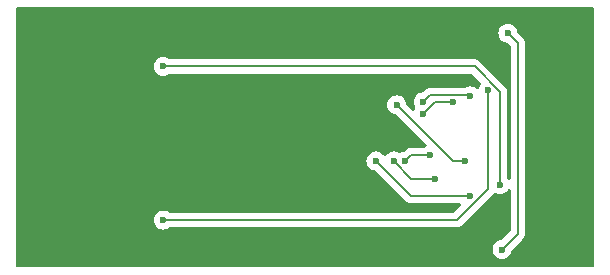
<source format=gbr>
%TF.GenerationSoftware,KiCad,Pcbnew,8.0.6-1.fc40*%
%TF.CreationDate,2025-02-15T18:16:13+01:00*%
%TF.ProjectId,airMouse-mouse,6169724d-6f75-4736-952d-6d6f7573652e,RC1*%
%TF.SameCoordinates,Original*%
%TF.FileFunction,Copper,L2,Bot*%
%TF.FilePolarity,Positive*%
%FSLAX46Y46*%
G04 Gerber Fmt 4.6, Leading zero omitted, Abs format (unit mm)*
G04 Created by KiCad (PCBNEW 8.0.6-1.fc40) date 2025-02-15 18:16:13*
%MOMM*%
%LPD*%
G01*
G04 APERTURE LIST*
%TA.AperFunction,ViaPad*%
%ADD10C,0.600000*%
%TD*%
%TA.AperFunction,Conductor*%
%ADD11C,0.200000*%
%TD*%
G04 APERTURE END LIST*
D10*
%TO.N,GND*%
X140000000Y-85000000D03*
X143500000Y-85000000D03*
X140000000Y-88000000D03*
X143500000Y-87750000D03*
X119250000Y-80250000D03*
X119250000Y-79500000D03*
X119250000Y-78750000D03*
X133500000Y-85500000D03*
X136750000Y-85500000D03*
X138000000Y-87500000D03*
X133500000Y-87500000D03*
%TO.N,/LMB*%
X129000000Y-73500000D03*
X157500000Y-83500000D03*
%TO.N,+3V3*%
X158175000Y-70675000D03*
X157675000Y-89000000D03*
%TO.N,/MMB*%
X155000000Y-84500000D03*
X147000000Y-81500000D03*
%TO.N,/RMB*%
X148750000Y-76750000D03*
X154500000Y-81500000D03*
%TO.N,/SCRLUP*%
X148500000Y-81500000D03*
X152000000Y-83000000D03*
%TO.N,/SCRLDN*%
X149500000Y-81500000D03*
X151600000Y-81000000D03*
%TO.N,/DPI*%
X151000000Y-77500000D03*
X153500000Y-76500000D03*
%TO.N,/PRECISION*%
X151000000Y-76500000D03*
X155000000Y-76000000D03*
%TO.N,/HOME*%
X156500000Y-75500000D03*
X129000000Y-86500000D03*
%TD*%
D11*
%TO.N,GND*%
X143500000Y-85000000D02*
X140000000Y-85000000D01*
X141250000Y-88000000D02*
X140000000Y-88000000D01*
X141500000Y-87750000D02*
X141250000Y-88000000D01*
X143500000Y-87750000D02*
X141500000Y-87750000D01*
X136750000Y-85500000D02*
X133500000Y-85500000D01*
X133500000Y-87500000D02*
X138000000Y-87500000D01*
%TO.N,/LMB*%
X157500000Y-75651471D02*
X157500000Y-83500000D01*
X129000000Y-73500000D02*
X155348529Y-73500000D01*
X155348529Y-73500000D02*
X157500000Y-75651471D01*
%TO.N,+3V3*%
X159000000Y-87675000D02*
X159000000Y-71500000D01*
X159000000Y-71500000D02*
X158175000Y-70675000D01*
X157675000Y-89000000D02*
X159000000Y-87675000D01*
%TO.N,/MMB*%
X147000000Y-81500000D02*
X150000000Y-84500000D01*
X150000000Y-84500000D02*
X155000000Y-84500000D01*
%TO.N,/RMB*%
X153500000Y-81500000D02*
X154500000Y-81500000D01*
X148750000Y-76750000D02*
X153500000Y-81500000D01*
%TO.N,/SCRLUP*%
X150000000Y-83000000D02*
X152000000Y-83000000D01*
X148500000Y-81500000D02*
X150000000Y-83000000D01*
%TO.N,/SCRLDN*%
X149500000Y-81500000D02*
X150000000Y-81000000D01*
X150000000Y-81000000D02*
X151600000Y-81000000D01*
%TO.N,/DPI*%
X151000000Y-77500000D02*
X152000000Y-76500000D01*
X152000000Y-76500000D02*
X153500000Y-76500000D01*
%TO.N,/PRECISION*%
X151000000Y-76500000D02*
X151600000Y-75900000D01*
X151600000Y-75900000D02*
X154900000Y-75900000D01*
X154900000Y-75900000D02*
X155000000Y-76000000D01*
%TO.N,/HOME*%
X153848529Y-86500000D02*
X156500000Y-83848529D01*
X156500000Y-83848529D02*
X156500000Y-75500000D01*
X129000000Y-86500000D02*
X153848529Y-86500000D01*
%TD*%
%TA.AperFunction,Conductor*%
%TO.N,GND*%
G36*
X165442539Y-68520185D02*
G01*
X165488294Y-68572989D01*
X165499500Y-68624500D01*
X165499500Y-90375500D01*
X165479815Y-90442539D01*
X165427011Y-90488294D01*
X165375500Y-90499500D01*
X116624500Y-90499500D01*
X116557461Y-90479815D01*
X116511706Y-90427011D01*
X116500500Y-90375500D01*
X116500500Y-73499996D01*
X128194435Y-73499996D01*
X128194435Y-73500003D01*
X128214630Y-73679249D01*
X128214631Y-73679254D01*
X128274211Y-73849523D01*
X128370184Y-74002262D01*
X128497738Y-74129816D01*
X128650478Y-74225789D01*
X128820745Y-74285368D01*
X128820750Y-74285369D01*
X128999996Y-74305565D01*
X129000000Y-74305565D01*
X129000004Y-74305565D01*
X129179249Y-74285369D01*
X129179252Y-74285368D01*
X129179255Y-74285368D01*
X129349522Y-74225789D01*
X129502262Y-74129816D01*
X129502267Y-74129810D01*
X129505097Y-74127555D01*
X129507275Y-74126665D01*
X129508158Y-74126111D01*
X129508255Y-74126265D01*
X129569783Y-74101145D01*
X129582412Y-74100500D01*
X155048432Y-74100500D01*
X155115471Y-74120185D01*
X155136113Y-74136819D01*
X155849208Y-74849914D01*
X155882693Y-74911237D01*
X155877709Y-74980929D01*
X155866521Y-75003567D01*
X155774211Y-75150476D01*
X155712332Y-75327318D01*
X155709648Y-75326378D01*
X155681738Y-75376200D01*
X155620055Y-75409018D01*
X155550422Y-75403278D01*
X155507332Y-75375254D01*
X155502262Y-75370184D01*
X155349523Y-75274211D01*
X155179254Y-75214631D01*
X155179249Y-75214630D01*
X155000004Y-75194435D01*
X154999996Y-75194435D01*
X154820750Y-75214630D01*
X154820745Y-75214631D01*
X154650474Y-75274212D01*
X154640477Y-75280494D01*
X154574506Y-75299500D01*
X151679057Y-75299500D01*
X151520943Y-75299500D01*
X151368215Y-75340423D01*
X151368214Y-75340423D01*
X151368212Y-75340424D01*
X151368209Y-75340425D01*
X151318096Y-75369359D01*
X151318095Y-75369360D01*
X151306248Y-75376200D01*
X151231285Y-75419479D01*
X151231282Y-75419481D01*
X151153026Y-75497738D01*
X151119480Y-75531284D01*
X151119478Y-75531286D01*
X151028210Y-75622554D01*
X150981465Y-75669299D01*
X150920142Y-75702783D01*
X150907668Y-75704837D01*
X150820750Y-75714630D01*
X150650478Y-75774210D01*
X150497737Y-75870184D01*
X150370184Y-75997737D01*
X150274211Y-76150476D01*
X150214631Y-76320745D01*
X150214630Y-76320750D01*
X150194435Y-76499996D01*
X150194435Y-76500003D01*
X150214630Y-76679249D01*
X150214633Y-76679262D01*
X150274209Y-76849520D01*
X150327309Y-76934029D01*
X150346309Y-77001266D01*
X150327309Y-77065971D01*
X150274210Y-77150478D01*
X150268234Y-77167556D01*
X150227511Y-77224330D01*
X150162557Y-77250075D01*
X150093996Y-77236617D01*
X150063513Y-77214278D01*
X149580700Y-76731465D01*
X149547215Y-76670142D01*
X149545163Y-76657686D01*
X149535368Y-76570745D01*
X149475789Y-76400478D01*
X149379816Y-76247738D01*
X149252262Y-76120184D01*
X149111247Y-76031578D01*
X149099523Y-76024211D01*
X148929254Y-75964631D01*
X148929249Y-75964630D01*
X148750004Y-75944435D01*
X148749996Y-75944435D01*
X148570750Y-75964630D01*
X148570745Y-75964631D01*
X148400476Y-76024211D01*
X148247737Y-76120184D01*
X148120184Y-76247737D01*
X148024211Y-76400476D01*
X147964631Y-76570745D01*
X147964630Y-76570750D01*
X147944435Y-76749996D01*
X147944435Y-76750003D01*
X147964630Y-76929249D01*
X147964631Y-76929254D01*
X148024211Y-77099523D01*
X148096317Y-77214278D01*
X148120184Y-77252262D01*
X148247738Y-77379816D01*
X148400478Y-77475789D01*
X148570745Y-77535368D01*
X148657669Y-77545161D01*
X148722080Y-77572226D01*
X148731465Y-77580700D01*
X151247692Y-80096927D01*
X151281177Y-80158250D01*
X151276193Y-80227942D01*
X151234321Y-80283875D01*
X151225983Y-80289602D01*
X151097736Y-80370185D01*
X151094903Y-80372445D01*
X151092724Y-80373334D01*
X151091842Y-80373889D01*
X151091744Y-80373734D01*
X151030217Y-80398855D01*
X151017588Y-80399500D01*
X150086670Y-80399500D01*
X150086654Y-80399499D01*
X150079058Y-80399499D01*
X149920943Y-80399499D01*
X149844579Y-80419961D01*
X149768214Y-80440423D01*
X149768209Y-80440426D01*
X149631290Y-80519475D01*
X149631286Y-80519478D01*
X149481465Y-80669299D01*
X149420142Y-80702783D01*
X149407668Y-80704837D01*
X149320750Y-80714630D01*
X149150476Y-80774211D01*
X149065971Y-80827309D01*
X148998734Y-80846309D01*
X148934029Y-80827309D01*
X148849520Y-80774209D01*
X148679262Y-80714633D01*
X148679249Y-80714630D01*
X148500004Y-80694435D01*
X148499996Y-80694435D01*
X148320750Y-80714630D01*
X148320745Y-80714631D01*
X148150476Y-80774211D01*
X147997737Y-80870184D01*
X147870184Y-80997737D01*
X147854994Y-81021913D01*
X147802659Y-81068204D01*
X147733605Y-81078852D01*
X147669757Y-81050477D01*
X147645006Y-81021913D01*
X147629815Y-80997737D01*
X147502262Y-80870184D01*
X147349523Y-80774211D01*
X147179254Y-80714631D01*
X147179249Y-80714630D01*
X147000004Y-80694435D01*
X146999996Y-80694435D01*
X146820750Y-80714630D01*
X146820745Y-80714631D01*
X146650476Y-80774211D01*
X146497737Y-80870184D01*
X146370184Y-80997737D01*
X146274211Y-81150476D01*
X146214631Y-81320745D01*
X146214630Y-81320750D01*
X146194435Y-81499996D01*
X146194435Y-81500003D01*
X146214630Y-81679249D01*
X146214631Y-81679254D01*
X146274211Y-81849523D01*
X146356523Y-81980521D01*
X146370184Y-82002262D01*
X146497738Y-82129816D01*
X146650478Y-82225789D01*
X146820745Y-82285368D01*
X146907669Y-82295161D01*
X146972080Y-82322226D01*
X146981464Y-82330699D01*
X149631284Y-84980520D01*
X149631286Y-84980521D01*
X149631290Y-84980524D01*
X149768209Y-85059573D01*
X149768216Y-85059577D01*
X149920943Y-85100501D01*
X149920945Y-85100501D01*
X150086654Y-85100501D01*
X150086670Y-85100500D01*
X154099432Y-85100500D01*
X154166471Y-85120185D01*
X154212226Y-85172989D01*
X154222170Y-85242147D01*
X154193145Y-85305703D01*
X154187113Y-85312181D01*
X153636113Y-85863181D01*
X153574790Y-85896666D01*
X153548432Y-85899500D01*
X129582412Y-85899500D01*
X129515373Y-85879815D01*
X129505097Y-85872445D01*
X129502263Y-85870185D01*
X129502262Y-85870184D01*
X129445496Y-85834515D01*
X129349523Y-85774211D01*
X129179254Y-85714631D01*
X129179249Y-85714630D01*
X129000004Y-85694435D01*
X128999996Y-85694435D01*
X128820750Y-85714630D01*
X128820745Y-85714631D01*
X128650476Y-85774211D01*
X128497737Y-85870184D01*
X128370184Y-85997737D01*
X128274211Y-86150476D01*
X128214631Y-86320745D01*
X128214630Y-86320750D01*
X128194435Y-86499996D01*
X128194435Y-86500003D01*
X128214630Y-86679249D01*
X128214631Y-86679254D01*
X128274211Y-86849523D01*
X128370184Y-87002262D01*
X128497738Y-87129816D01*
X128650478Y-87225789D01*
X128820745Y-87285368D01*
X128820750Y-87285369D01*
X128999996Y-87305565D01*
X129000000Y-87305565D01*
X129000004Y-87305565D01*
X129179249Y-87285369D01*
X129179252Y-87285368D01*
X129179255Y-87285368D01*
X129349522Y-87225789D01*
X129502262Y-87129816D01*
X129502267Y-87129810D01*
X129505097Y-87127555D01*
X129507275Y-87126665D01*
X129508158Y-87126111D01*
X129508255Y-87126265D01*
X129569783Y-87101145D01*
X129582412Y-87100500D01*
X153761860Y-87100500D01*
X153761876Y-87100501D01*
X153769472Y-87100501D01*
X153927583Y-87100501D01*
X153927586Y-87100501D01*
X154080314Y-87059577D01*
X154130433Y-87030639D01*
X154217245Y-86980520D01*
X154329049Y-86868716D01*
X154329049Y-86868714D01*
X154339257Y-86858507D01*
X154339259Y-86858504D01*
X156868713Y-84329050D01*
X156868716Y-84329049D01*
X156970935Y-84226829D01*
X157032254Y-84193347D01*
X157101946Y-84198331D01*
X157124583Y-84209518D01*
X157150476Y-84225788D01*
X157150478Y-84225789D01*
X157320745Y-84285368D01*
X157320750Y-84285369D01*
X157499996Y-84305565D01*
X157500000Y-84305565D01*
X157500004Y-84305565D01*
X157679249Y-84285369D01*
X157679252Y-84285368D01*
X157679255Y-84285368D01*
X157849522Y-84225789D01*
X158002262Y-84129816D01*
X158129816Y-84002262D01*
X158170506Y-83937503D01*
X158222841Y-83891213D01*
X158291894Y-83880565D01*
X158355743Y-83908940D01*
X158394115Y-83967330D01*
X158399500Y-84003476D01*
X158399500Y-87374902D01*
X158379815Y-87441941D01*
X158363181Y-87462583D01*
X157656465Y-88169298D01*
X157595142Y-88202783D01*
X157582668Y-88204837D01*
X157495750Y-88214630D01*
X157325478Y-88274210D01*
X157172737Y-88370184D01*
X157045184Y-88497737D01*
X156949211Y-88650476D01*
X156889631Y-88820745D01*
X156889630Y-88820750D01*
X156869435Y-88999996D01*
X156869435Y-89000003D01*
X156889630Y-89179249D01*
X156889631Y-89179254D01*
X156949211Y-89349523D01*
X157045184Y-89502262D01*
X157172738Y-89629816D01*
X157325478Y-89725789D01*
X157495745Y-89785368D01*
X157495750Y-89785369D01*
X157674996Y-89805565D01*
X157675000Y-89805565D01*
X157675004Y-89805565D01*
X157854249Y-89785369D01*
X157854252Y-89785368D01*
X157854255Y-89785368D01*
X158024522Y-89725789D01*
X158177262Y-89629816D01*
X158304816Y-89502262D01*
X158400789Y-89349522D01*
X158460368Y-89179255D01*
X158470161Y-89092329D01*
X158497226Y-89027918D01*
X158505690Y-89018543D01*
X159368713Y-88155521D01*
X159368716Y-88155520D01*
X159480520Y-88043716D01*
X159530639Y-87956904D01*
X159559577Y-87906785D01*
X159600501Y-87754057D01*
X159600501Y-87595943D01*
X159600501Y-87588348D01*
X159600500Y-87588330D01*
X159600500Y-71420945D01*
X159600500Y-71420943D01*
X159559577Y-71268216D01*
X159559577Y-71268215D01*
X159507065Y-71177262D01*
X159480520Y-71131284D01*
X159368716Y-71019480D01*
X159368715Y-71019479D01*
X159364385Y-71015149D01*
X159364374Y-71015139D01*
X159005700Y-70656465D01*
X158972215Y-70595142D01*
X158970163Y-70582686D01*
X158960368Y-70495745D01*
X158900789Y-70325478D01*
X158804816Y-70172738D01*
X158677262Y-70045184D01*
X158524523Y-69949211D01*
X158354254Y-69889631D01*
X158354249Y-69889630D01*
X158175004Y-69869435D01*
X158174996Y-69869435D01*
X157995750Y-69889630D01*
X157995745Y-69889631D01*
X157825476Y-69949211D01*
X157672737Y-70045184D01*
X157545184Y-70172737D01*
X157449211Y-70325476D01*
X157389631Y-70495745D01*
X157389630Y-70495750D01*
X157369435Y-70674996D01*
X157369435Y-70675003D01*
X157389630Y-70854249D01*
X157389631Y-70854254D01*
X157449211Y-71024523D01*
X157516294Y-71131284D01*
X157545184Y-71177262D01*
X157672738Y-71304816D01*
X157825478Y-71400789D01*
X157995745Y-71460368D01*
X158082669Y-71470161D01*
X158147080Y-71497226D01*
X158156465Y-71505700D01*
X158363181Y-71712416D01*
X158396666Y-71773739D01*
X158399500Y-71800097D01*
X158399500Y-82996523D01*
X158379815Y-83063562D01*
X158327011Y-83109317D01*
X158257853Y-83119261D01*
X158194297Y-83090236D01*
X158170507Y-83062496D01*
X158131237Y-83000000D01*
X158129816Y-82997738D01*
X158129815Y-82997737D01*
X158127550Y-82994896D01*
X158126659Y-82992713D01*
X158126112Y-82991843D01*
X158126264Y-82991747D01*
X158101144Y-82930209D01*
X158100500Y-82917587D01*
X158100500Y-75572411D01*
X158098641Y-75565477D01*
X158098637Y-75565463D01*
X158081097Y-75500000D01*
X158059577Y-75419687D01*
X158059458Y-75419481D01*
X157980524Y-75282761D01*
X157980521Y-75282757D01*
X157980520Y-75282755D01*
X157868716Y-75170951D01*
X157868715Y-75170950D01*
X157864385Y-75166620D01*
X157864374Y-75166610D01*
X155836119Y-73138355D01*
X155836117Y-73138352D01*
X155717246Y-73019481D01*
X155717238Y-73019475D01*
X155615465Y-72960717D01*
X155615463Y-72960716D01*
X155580319Y-72940425D01*
X155580318Y-72940424D01*
X155567792Y-72937067D01*
X155427586Y-72899499D01*
X155269472Y-72899499D01*
X155261876Y-72899499D01*
X155261860Y-72899500D01*
X129582412Y-72899500D01*
X129515373Y-72879815D01*
X129505097Y-72872445D01*
X129502263Y-72870185D01*
X129502262Y-72870184D01*
X129445496Y-72834515D01*
X129349523Y-72774211D01*
X129179254Y-72714631D01*
X129179249Y-72714630D01*
X129000004Y-72694435D01*
X128999996Y-72694435D01*
X128820750Y-72714630D01*
X128820745Y-72714631D01*
X128650476Y-72774211D01*
X128497737Y-72870184D01*
X128370184Y-72997737D01*
X128274211Y-73150476D01*
X128214631Y-73320745D01*
X128214630Y-73320750D01*
X128194435Y-73499996D01*
X116500500Y-73499996D01*
X116500500Y-68624500D01*
X116520185Y-68557461D01*
X116572989Y-68511706D01*
X116624500Y-68500500D01*
X165375500Y-68500500D01*
X165442539Y-68520185D01*
G37*
%TD.AperFunction*%
%TD*%
M02*

</source>
